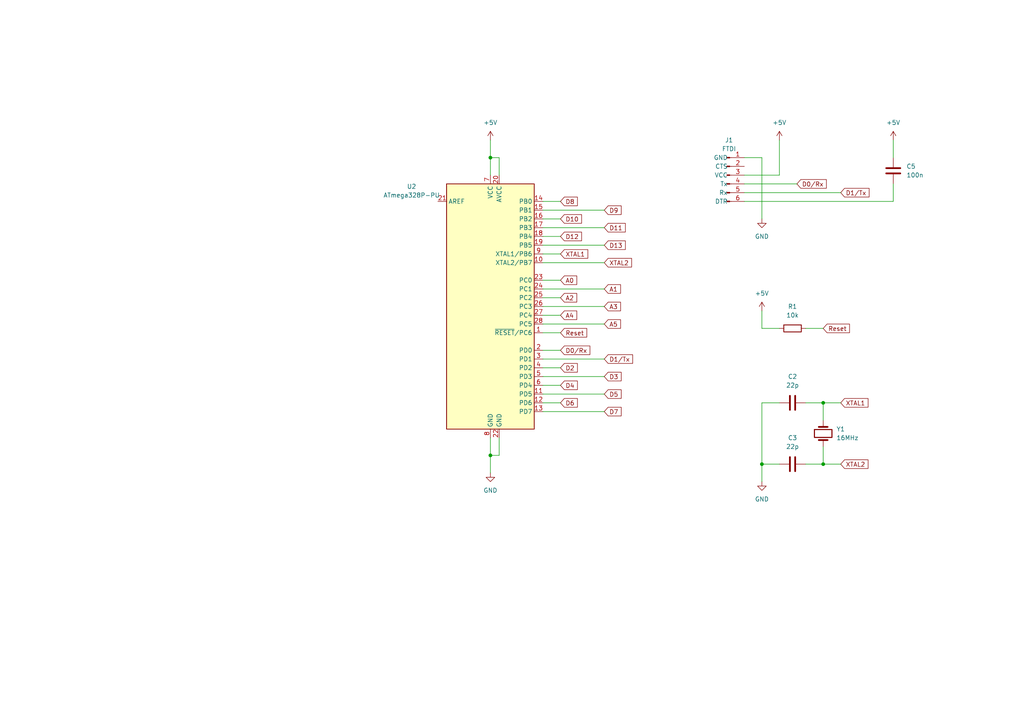
<source format=kicad_sch>
(kicad_sch (version 20211123) (generator eeschema)
  (paper "A4")
  (lib_symbols
    (symbol "Device:C" (pin_numbers hide) (pin_names (offset 0.254))
      (property "Reference" "C" (at 0.635 2.54 0))
      (property "Value" "C" (at 0.635 -2.54 0))
      (symbol "C_0_1"
        (polyline (pts (xy -2.032 -0.762) (xy 2.032 -0.762)) (stroke (width 0.508)))
        (polyline (pts (xy -2.032 0.762) (xy 2.032 0.762)) (stroke (width 0.508)))
      )
      (symbol "C_1_1"
        (pin passive line (at 0 3.81 270) (length 2.794) (name "~") (number "1"))
        (pin passive line (at 0 -3.81 90) (length 2.794) (name "~") (number "2"))
      )
    )
    (symbol "Device:Crystal" (pin_numbers hide) (pin_names (offset 1.016) hide)
      (property "Reference" "Y" (at 0 3.81 0))
      (property "Value" "Crystal" (at 0 -3.81 0))
      (symbol "Crystal_0_1"
        (rectangle (start -1.143 2.54) (end 1.143 -2.54) (stroke (width 0.3048)))
        (polyline (pts (xy -2.54 0) (xy -1.905 0)))
        (polyline (pts (xy -1.905 -1.27) (xy -1.905 1.27)) (stroke (width 0.508)))
        (polyline (pts (xy 1.905 -1.27) (xy 1.905 1.27)) (stroke (width 0.508)))
        (polyline (pts (xy 2.54 0) (xy 1.905 0)))
      )
      (symbol "Crystal_1_1"
        (pin passive line (at -3.81 0 0) (length 1.27) (name "1") (number "1"))
        (pin passive line (at 3.81 0 180) (length 1.27) (name "2") (number "2"))
      )
    )
    (symbol "Device:R" (pin_numbers hide) (pin_names (offset 0))
      (property "Reference" "R" (at 2.032 0 90))
      (property "Value" "R" (at 0 0 90))
      (symbol "R_0_1"
        (rectangle (start -1.016 -2.54) (end 1.016 2.54) (stroke (width 0.254)))
      )
      (symbol "R_1_1"
        (pin passive line (at 0 3.81 270) (length 1.27) (name "~") (number "1"))
        (pin passive line (at 0 -3.81 90) (length 1.27) (name "~") (number "2"))
      )
    )
    (symbol "My_Headers:6-pin_FTDI_header" (pin_names (offset 1.016))
      (property "Reference" "J" (at 0 7.62 0))
      (property "Value" "6-pin_FTDI_header" (at 0 -10.16 0))
      (symbol "6-pin_FTDI_header_1_1"
        (polyline (pts (xy 1.27 -7.62) (xy 0.8636 -7.62)) (stroke (width 0.1524)))
        (polyline (pts (xy 1.27 -5.08) (xy 0.8636 -5.08)) (stroke (width 0.1524)))
        (polyline (pts (xy 1.27 -2.54) (xy 0.8636 -2.54)) (stroke (width 0.1524)))
        (polyline (pts (xy 1.27 0) (xy 0.8636 0)) (stroke (width 0.1524)))
        (polyline (pts (xy 1.27 2.54) (xy 0.8636 2.54)) (stroke (width 0.1524)))
        (polyline (pts (xy 1.27 5.08) (xy 0.8636 5.08)) (stroke (width 0.1524)))
        (rectangle (start 0.8636 -7.493) (end 0 -7.747) (stroke (width 0.1524)) (fill (type outline)))
        (rectangle (start 0.8636 -4.953) (end 0 -5.207) (stroke (width 0.1524)) (fill (type outline)))
        (rectangle (start 0.8636 -2.413) (end 0 -2.667) (stroke (width 0.1524)) (fill (type outline)))
        (rectangle (start 0.8636 0.127) (end 0 -0.127) (stroke (width 0.1524)) (fill (type outline)))
        (rectangle (start 0.8636 2.667) (end 0 2.413) (stroke (width 0.1524)) (fill (type outline)))
        (rectangle (start 0.8636 5.207) (end 0 4.953) (stroke (width 0.1524)) (fill (type outline)))
        (pin passive line (at 5.08 5.08 180) (length 3.81) (name "GND") (number "1"))
        (pin passive line (at 5.08 2.54 180) (length 3.81) (name "CTS") (number "2"))
        (pin passive line (at 5.08 0 180) (length 3.81) (name "VCC") (number "3"))
        (pin passive line (at 5.08 -2.54 180) (length 3.81) (name "Tx") (number "4"))
        (pin passive line (at 5.08 -5.08 180) (length 3.81) (name "Rx") (number "5"))
        (pin passive line (at 5.08 -7.62 180) (length 3.81) (name "DTR") (number "6"))
      )
    )
    (symbol "My_Misc:ATmega328P-PU"
      (property "Reference" "U" (at -12.7 36.83 0))
      (property "Value" "ATmega328P-PU" (at 7.62 -36.83 0))
      (symbol "ATmega328P-PU_0_1"
        (rectangle (start -12.7 -35.56) (end 12.7 35.56) (stroke (width 0.254)) (fill (type background)))
      )
      (symbol "ATmega328P-PU_1_1"
        (pin bidirectional line (at 15.24 -7.62 180) (length 2.54) (name "~{RESET}/PC6") (number "1"))
        (pin bidirectional line (at 15.24 12.7 180) (length 2.54) (name "XTAL2/PB7") (number "10"))
        (pin bidirectional line (at 15.24 -25.4 180) (length 2.54) (name "PD5") (number "11"))
        (pin bidirectional line (at 15.24 -27.94 180) (length 2.54) (name "PD6") (number "12"))
        (pin bidirectional line (at 15.24 -30.48 180) (length 2.54) (name "PD7") (number "13"))
        (pin bidirectional line (at 15.24 30.48 180) (length 2.54) (name "PB0") (number "14"))
        (pin bidirectional line (at 15.24 27.94 180) (length 2.54) (name "PB1") (number "15"))
        (pin bidirectional line (at 15.24 25.4 180) (length 2.54) (name "PB2") (number "16"))
        (pin bidirectional line (at 15.24 22.86 180) (length 2.54) (name "PB3") (number "17"))
        (pin bidirectional line (at 15.24 20.32 180) (length 2.54) (name "PB4") (number "18"))
        (pin bidirectional line (at 15.24 17.78 180) (length 2.54) (name "PB5") (number "19"))
        (pin bidirectional line (at 15.24 -12.7 180) (length 2.54) (name "PD0") (number "2"))
        (pin power_in line (at 2.54 38.1 270) (length 2.54) (name "AVCC") (number "20"))
        (pin passive line (at -15.24 30.48 0) (length 2.54) (name "AREF") (number "21"))
        (pin passive line (at 0 -38.1 90) (length 2.54) hide (name "GND") (number "22"))
        (pin power_in line (at 2.54 -38.1 90) (length 2.54) (name "GND") (number "22"))
        (pin bidirectional line (at 15.24 7.62 180) (length 2.54) (name "PC0") (number "23"))
        (pin bidirectional line (at 15.24 5.08 180) (length 2.54) (name "PC1") (number "24"))
        (pin bidirectional line (at 15.24 2.54 180) (length 2.54) (name "PC2") (number "25"))
        (pin bidirectional line (at 15.24 0 180) (length 2.54) (name "PC3") (number "26"))
        (pin bidirectional line (at 15.24 -2.54 180) (length 2.54) (name "PC4") (number "27"))
        (pin bidirectional line (at 15.24 -5.08 180) (length 2.54) (name "PC5") (number "28"))
        (pin bidirectional line (at 15.24 -15.24 180) (length 2.54) (name "PD1") (number "3"))
        (pin bidirectional line (at 15.24 -17.78 180) (length 2.54) (name "PD2") (number "4"))
        (pin bidirectional line (at 15.24 -20.32 180) (length 2.54) (name "PD3") (number "5"))
        (pin bidirectional line (at 15.24 -22.86 180) (length 2.54) (name "PD4") (number "6"))
        (pin power_in line (at 0 38.1 270) (length 2.54) (name "VCC") (number "7"))
        (pin power_in line (at 0 -38.1 90) (length 2.54) (name "GND") (number "8"))
        (pin bidirectional line (at 15.24 15.24 180) (length 2.54) (name "XTAL1/PB6") (number "9"))
      )
    )
    (symbol "power:+5V" (power) (pin_names (offset 0))
      (property "Value" "+5V" (at 0 3.556 0))
      (symbol "+5V_0_1"
        (polyline (pts (xy -0.762 1.27) (xy 0 2.54)))
        (polyline (pts (xy 0 0) (xy 0 2.54)))
        (polyline (pts (xy 0 2.54) (xy 0.762 1.27)))
      )
      (symbol "+5V_1_1"
        (pin power_in line (at 0 0 90) (length 0) hide (name "+5V") (number "1"))
      )
    )
    (symbol "power:GND" (power) (pin_names (offset 0))
      (property "Value" "GND" (at 0 -3.81 0))
      (symbol "GND_0_1"
        (polyline (pts (xy 0 0) (xy 0 -1.27) (xy 1.27 -1.27) (xy 0 -2.54) (xy -1.27 -1.27) (xy 0 -1.27)))
      )
      (symbol "GND_1_1"
        (pin power_in line (at 0 0 270) (length 0) hide (name "GND") (number "1"))
      )
    )
  )
  (junction (at 220.98 134.62))
  (junction (at 238.76 134.62))
  (junction (at 142.24 45.72))
  (junction (at 238.76 116.84))
  (junction (at 142.24 132.08))
  (wire (pts (xy 238.76 116.84) (xy 233.68 116.84)))
  (wire (pts (xy 215.9 45.72) (xy 220.98 45.72)))
  (wire (pts (xy 157.48 63.5) (xy 162.56 63.5)))
  (wire (pts (xy 226.06 95.25) (xy 220.98 95.25)))
  (wire (pts (xy 157.48 86.36) (xy 162.56 86.36)))
  (wire (pts (xy 157.48 83.82) (xy 175.26 83.82)))
  (wire (pts (xy 226.06 116.84) (xy 220.98 116.84)))
  (wire (pts (xy 157.48 81.28) (xy 162.56 81.28)))
  (wire (pts (xy 144.78 50.8) (xy 144.78 45.72)))
  (wire (pts (xy 157.48 106.68) (xy 162.56 106.68)))
  (wire (pts (xy 157.48 71.12) (xy 175.26 71.12)))
  (wire (pts (xy 220.98 45.72) (xy 220.98 63.5)))
  (wire (pts (xy 220.98 116.84) (xy 220.98 134.62)))
  (wire (pts (xy 157.48 104.14) (xy 175.26 104.14)))
  (wire (pts (xy 238.76 121.92) (xy 238.76 116.84)))
  (wire (pts (xy 157.48 111.76) (xy 162.56 111.76)))
  (wire (pts (xy 238.76 134.62) (xy 243.84 134.62)))
  (wire (pts (xy 142.24 40.64) (xy 142.24 45.72)))
  (wire (pts (xy 157.48 109.22) (xy 175.26 109.22)))
  (wire (pts (xy 142.24 127) (xy 142.24 132.08)))
  (wire (pts (xy 238.76 134.62) (xy 233.68 134.62)))
  (wire (pts (xy 144.78 132.08) (xy 142.24 132.08)))
  (wire (pts (xy 144.78 45.72) (xy 142.24 45.72)))
  (wire (pts (xy 259.08 40.64) (xy 259.08 45.72)))
  (wire (pts (xy 157.48 58.42) (xy 162.56 58.42)))
  (wire (pts (xy 157.48 76.2) (xy 175.26 76.2)))
  (wire (pts (xy 157.48 68.58) (xy 162.56 68.58)))
  (wire (pts (xy 142.24 45.72) (xy 142.24 50.8)))
  (wire (pts (xy 157.48 114.3) (xy 175.26 114.3)))
  (wire (pts (xy 215.9 55.88) (xy 243.84 55.88)))
  (wire (pts (xy 259.08 53.34) (xy 259.08 58.42)))
  (wire (pts (xy 157.48 93.98) (xy 175.26 93.98)))
  (wire (pts (xy 238.76 116.84) (xy 243.84 116.84)))
  (wire (pts (xy 220.98 134.62) (xy 220.98 139.7)))
  (wire (pts (xy 220.98 95.25) (xy 220.98 90.17)))
  (wire (pts (xy 157.48 119.38) (xy 175.26 119.38)))
  (wire (pts (xy 238.76 129.54) (xy 238.76 134.62)))
  (wire (pts (xy 215.9 53.34) (xy 231.14 53.34)))
  (wire (pts (xy 259.08 58.42) (xy 215.9 58.42)))
  (wire (pts (xy 233.68 95.25) (xy 238.76 95.25)))
  (wire (pts (xy 157.48 96.52) (xy 162.56 96.52)))
  (wire (pts (xy 157.48 116.84) (xy 162.56 116.84)))
  (wire (pts (xy 142.24 132.08) (xy 142.24 137.16)))
  (wire (pts (xy 157.48 73.66) (xy 162.56 73.66)))
  (wire (pts (xy 144.78 127) (xy 144.78 132.08)))
  (wire (pts (xy 215.9 50.8) (xy 226.06 50.8)))
  (wire (pts (xy 157.48 60.96) (xy 175.26 60.96)))
  (wire (pts (xy 157.48 66.04) (xy 175.26 66.04)))
  (wire (pts (xy 157.48 91.44) (xy 162.56 91.44)))
  (wire (pts (xy 220.98 134.62) (xy 226.06 134.62)))
  (wire (pts (xy 157.48 101.6) (xy 162.56 101.6)))
  (wire (pts (xy 226.06 50.8) (xy 226.06 40.64)))
  (wire (pts (xy 157.48 88.9) (xy 175.26 88.9)))
  (global_label "XTAL1" (shape input) (at 162.56 73.66 0) (property "Intersheet References" "${INTERSHEET_REFS}" (effects hide)))
  (global_label "A0" (shape input) (at 162.56 81.28 0) (property "Intersheet References" "${INTERSHEET_REFS}" (effects hide)))
  (global_label "Reset" (shape input) (at 162.56 96.52 0) (property "Intersheet References" "${INTERSHEET_REFS}" (effects hide)))
  (global_label "A2" (shape input) (at 162.56 86.36 0) (property "Intersheet References" "${INTERSHEET_REFS}" (effects hide)))
  (global_label "D1{slash}Tx" (shape input) (at 243.84 55.88 0) (property "Intersheet References" "${INTERSHEET_REFS}" (effects hide)))
  (global_label "Reset" (shape input) (at 238.76 95.25 0) (property "Intersheet References" "${INTERSHEET_REFS}" (effects hide)))
  (global_label "D9" (shape input) (at 175.26 60.96 0) (property "Intersheet References" "${INTERSHEET_REFS}" (effects hide)))
  (global_label "D5" (shape input) (at 175.26 114.3 0) (property "Intersheet References" "${INTERSHEET_REFS}" (effects hide)))
  (global_label "A3" (shape input) (at 175.26 88.9 0) (property "Intersheet References" "${INTERSHEET_REFS}" (effects hide)))
  (global_label "D2" (shape input) (at 162.56 106.68 0) (property "Intersheet References" "${INTERSHEET_REFS}" (effects hide)))
  (global_label "D4" (shape input) (at 162.56 111.76 0) (property "Intersheet References" "${INTERSHEET_REFS}" (effects hide)))
  (global_label "D13" (shape input) (at 175.26 71.12 0) (property "Intersheet References" "${INTERSHEET_REFS}" (effects hide)))
  (global_label "A5" (shape input) (at 175.26 93.98 0) (property "Intersheet References" "${INTERSHEET_REFS}" (effects hide)))
  (global_label "D7" (shape input) (at 175.26 119.38 0) (property "Intersheet References" "${INTERSHEET_REFS}" (effects hide)))
  (global_label "XTAL1" (shape input) (at 243.84 116.84 0) (property "Intersheet References" "${INTERSHEET_REFS}" (effects hide)))
  (global_label "A1" (shape input) (at 175.26 83.82 0) (property "Intersheet References" "${INTERSHEET_REFS}" (effects hide)))
  (global_label "D1{slash}Tx" (shape input) (at 175.26 104.14 0) (property "Intersheet References" "${INTERSHEET_REFS}" (effects hide)))
  (global_label "D11" (shape input) (at 175.26 66.04 0) (property "Intersheet References" "${INTERSHEET_REFS}" (effects hide)))
  (global_label "D0{slash}Rx" (shape input) (at 162.56 101.6 0) (property "Intersheet References" "${INTERSHEET_REFS}" (effects hide)))
  (global_label "D10" (shape input) (at 162.56 63.5 0) (property "Intersheet References" "${INTERSHEET_REFS}" (effects hide)))
  (global_label "D8" (shape input) (at 162.56 58.42 0) (property "Intersheet References" "${INTERSHEET_REFS}" (effects hide)))
  (global_label "D3" (shape input) (at 175.26 109.22 0) (property "Intersheet References" "${INTERSHEET_REFS}" (effects hide)))
  (global_label "D6" (shape input) (at 162.56 116.84 0) (property "Intersheet References" "${INTERSHEET_REFS}" (effects hide)))
  (global_label "D0{slash}Rx" (shape input) (at 231.14 53.34 0) (property "Intersheet References" "${INTERSHEET_REFS}" (effects hide)))
  (global_label "A4" (shape input) (at 162.56 91.44 0) (property "Intersheet References" "${INTERSHEET_REFS}" (effects hide)))
  (global_label "XTAL2" (shape input) (at 175.26 76.2 0) (property "Intersheet References" "${INTERSHEET_REFS}" (effects hide)))
  (global_label "D12" (shape input) (at 162.56 68.58 0) (property "Intersheet References" "${INTERSHEET_REFS}" (effects hide)))
  (global_label "XTAL2" (shape input) (at 243.84 134.62 0) (property "Intersheet References" "${INTERSHEET_REFS}" (effects hide)))
  (symbol (lib_id "My_Misc:ATmega328P-PU") (at 142.24 88.9 0) (unit 1)
    (property "Reference" "U2" (at 119.38 54.0893 0))
    (property "Value" "ATmega328P-PU" (at 119.38 56.6293 0))
    (property "Footprint" "My_Misc:DIP-28_W7.62mm_LongPads w socket" (effects hide))
    (property "Datasheet" "http://ww1.microchip.com/downloads/en/DeviceDoc/ATmega328_P%20AVR%20MCU%20with%20picoPower%20Technology%20Data%20Sheet%2040001984A.pdf" (effects hide))
  )
  (symbol (lib_id "My_Headers:6-pin_FTDI_header") (at 210.82 50.8 0) (unit 1)
    (property "Reference" "J1" (at 211.455 40.64 0))
    (property "Value" "FTDI" (at 211.455 43.18 0))
    (property "Footprint" "My_Headers:6-pin FTDI Programmer PinSocket large" (effects hide))
  )
  (symbol (lib_id "Device:R") (at 229.87 95.25 90) (unit 1)
    (property "Reference" "R1" (at 229.87 88.9 90))
    (property "Value" "10k" (at 229.87 91.44 90))
    (property "Footprint" "My_Misc:R_Axial_DIN0207_L6.3mm_D2.5mm_P10.16mm_Horizontal_larger_pads" (effects hide))
  )
  (symbol (lib_id "Device:C") (at 229.87 116.84 90) (unit 1)
    (property "Reference" "C2" (at 229.87 109.22 90))
    (property "Value" "22p" (at 229.87 111.76 90))
    (property "Footprint" "My_Misc:C_Disc_D3.0mm_W1.6mm_P2.50mm_larg" (effects hide))
  )
  (symbol (lib_id "power:+5V") (at 226.06 40.64 0) (unit 1)
    (property "Reference" "#PWR0108" (effects hide))
    (property "Value" "+5V" (at 226.06 35.56 0))
  )
  (symbol (lib_id "Device:C") (at 229.87 134.62 90) (unit 1)
    (property "Reference" "C3" (at 229.87 127 90))
    (property "Value" "22p" (at 229.87 129.54 90))
    (property "Footprint" "My_Misc:C_Disc_D3.0mm_W1.6mm_P2.50mm_larg" (effects hide))
  )
  (symbol (lib_id "Device:C") (at 259.08 49.53 180) (unit 1)
    (property "Reference" "C5" (at 262.89 48.2599 0) (effects (justify right)))
    (property "Value" "100n" (at 262.89 50.7999 0) (effects (justify right)))
    (property "Footprint" "My_Misc:C_Disc_D3.0mm_W1.6mm_P2.50mm_larg" (effects hide))
  )
  (symbol (lib_id "power:+5V") (at 142.24 40.64 0) (unit 1)
    (property "Reference" "#PWR0101" (effects hide))
    (property "Value" "+5V" (at 142.24 35.56 0))
  )
  (symbol (lib_id "power:+5V") (at 220.98 90.17 0) (unit 1)
    (property "Reference" "#PWR0102" (effects hide))
    (property "Value" "+5V" (at 220.98 85.09 0))
  )
  (symbol (lib_id "power:+5V") (at 259.08 40.64 0) (unit 1)
    (property "Reference" "#PWR0107" (effects hide))
    (property "Value" "+5V" (at 259.08 35.56 0))
  )
  (symbol (lib_id "power:GND") (at 220.98 139.7 0) (unit 1)
    (property "Reference" "#PWR0106" (effects hide))
    (property "Value" "GND" (at 220.98 144.78 0))
  )
  (symbol (lib_id "power:GND") (at 220.98 63.5 0) (unit 1)
    (property "Reference" "#PWR0109" (effects hide))
    (property "Value" "GND" (at 220.98 68.58 0))
  )
  (symbol (lib_id "power:GND") (at 142.24 137.16 0) (unit 1)
    (property "Reference" "#PWR0110" (effects hide))
    (property "Value" "GND" (at 142.24 142.24 0))
  )
  (symbol (lib_id "Device:Crystal") (at 238.76 125.73 90) (unit 1)
    (property "Reference" "Y1" (at 242.57 124.4599 90) (effects (justify right)))
    (property "Value" "16MHz" (at 242.57 126.9999 90) (effects (justify right)))
    (property "Footprint" "My_Misc:Crystal_HC49-4H_Vertical_large" (effects hide))
  )
)
</source>
